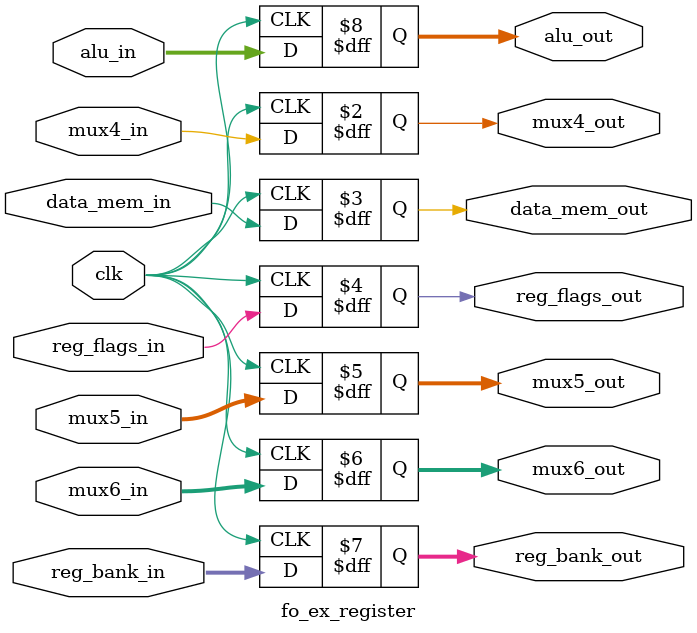
<source format=v>
module fo_ex_register (clk, mux4_in, mux5_in, mux6_in, reg_bank_in, data_mem_in, reg_flags_in, alu_in,
			mux4_out, mux5_out, mux6_out, reg_bank_out, data_mem_out, reg_flags_out, alu_out);
	input clk, mux4_in, data_mem_in, reg_flags_in;
	input [2:0] mux5_in, mux6_in, reg_bank_in;
	input [5:0] alu_in;
	output reg mux4_out, data_mem_out, reg_flags_out;
	output reg [2:0] mux5_out, mux6_out, reg_bank_out;
	output reg [5:0] alu_out;

	always @(posedge clk) begin
		mux4_out <= mux4_in;
		mux5_out <= mux5_in;
		mux6_out <= mux6_in;
		reg_bank_out <= reg_bank_in;
		data_mem_out <= data_mem_in;
		reg_flags_out <= reg_flags_in;
		alu_out <= alu_in;
	end
endmodule

</source>
